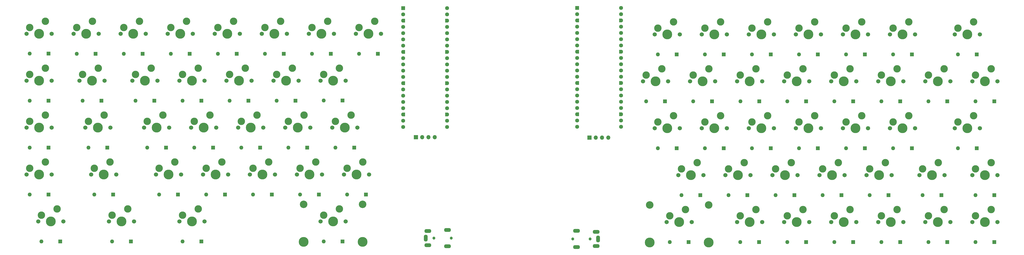
<source format=gbr>
%TF.GenerationSoftware,KiCad,Pcbnew,8.0.8*%
%TF.CreationDate,2025-03-06T07:07:31-06:00*%
%TF.ProjectId,keyboardv2,6b657962-6f61-4726-9476-322e6b696361,rev?*%
%TF.SameCoordinates,Original*%
%TF.FileFunction,Soldermask,Top*%
%TF.FilePolarity,Negative*%
%FSLAX46Y46*%
G04 Gerber Fmt 4.6, Leading zero omitted, Abs format (unit mm)*
G04 Created by KiCad (PCBNEW 8.0.8) date 2025-03-06 07:07:31*
%MOMM*%
%LPD*%
G01*
G04 APERTURE LIST*
G04 Aperture macros list*
%AMRoundRect*
0 Rectangle with rounded corners*
0 $1 Rounding radius*
0 $2 $3 $4 $5 $6 $7 $8 $9 X,Y pos of 4 corners*
0 Add a 4 corners polygon primitive as box body*
4,1,4,$2,$3,$4,$5,$6,$7,$8,$9,$2,$3,0*
0 Add four circle primitives for the rounded corners*
1,1,$1+$1,$2,$3*
1,1,$1+$1,$4,$5*
1,1,$1+$1,$6,$7*
1,1,$1+$1,$8,$9*
0 Add four rect primitives between the rounded corners*
20,1,$1+$1,$2,$3,$4,$5,0*
20,1,$1+$1,$4,$5,$6,$7,0*
20,1,$1+$1,$6,$7,$8,$9,0*
20,1,$1+$1,$8,$9,$2,$3,0*%
%AMFreePoly0*
4,1,28,0.605014,0.794986,0.644504,0.794986,0.724698,0.756366,0.780194,0.686777,0.800000,0.600000,0.800000,-0.600000,0.780194,-0.686777,0.724698,-0.756366,0.644504,-0.794986,0.605014,-0.794986,0.600000,-0.800000,0.000000,-0.800000,-0.178017,-0.779942,-0.347107,-0.720775,-0.498792,-0.625465,-0.625465,-0.498792,-0.720775,-0.347107,-0.779942,-0.178017,-0.800000,0.000000,-0.779942,0.178017,
-0.720775,0.347107,-0.625465,0.498792,-0.498792,0.625465,-0.347107,0.720775,-0.178017,0.779942,0.000000,0.800000,0.600000,0.800000,0.605014,0.794986,0.605014,0.794986,$1*%
%AMFreePoly1*
4,1,28,0.178017,0.779942,0.347107,0.720775,0.498792,0.625465,0.625465,0.498792,0.720775,0.347107,0.779942,0.178017,0.800000,0.000000,0.779942,-0.178017,0.720775,-0.347107,0.625465,-0.498792,0.498792,-0.625465,0.347107,-0.720775,0.178017,-0.779942,0.000000,-0.800000,-0.600000,-0.800000,-0.605014,-0.794986,-0.644504,-0.794986,-0.724698,-0.756366,-0.780194,-0.686777,-0.800000,-0.600000,
-0.800000,0.600000,-0.780194,0.686777,-0.724698,0.756366,-0.644504,0.794986,-0.605014,0.794986,-0.600000,0.800000,0.000000,0.800000,0.178017,0.779942,0.178017,0.779942,$1*%
G04 Aperture macros list end*
%ADD10C,1.701800*%
%ADD11C,3.000000*%
%ADD12C,3.987800*%
%ADD13C,3.048000*%
%ADD14RoundRect,0.200000X-0.600000X-0.600000X0.600000X-0.600000X0.600000X0.600000X-0.600000X0.600000X0*%
%ADD15C,1.600000*%
%ADD16FreePoly0,0.000000*%
%ADD17FreePoly1,0.000000*%
%ADD18R,1.700000X1.700000*%
%ADD19O,1.700000X1.700000*%
%ADD20C,1.200000*%
%ADD21O,1.512000X2.820000*%
%ADD22O,2.820000X1.512000*%
%ADD23R,1.600000X1.600000*%
%ADD24O,1.600000X1.600000*%
G04 APERTURE END LIST*
D10*
%TO.C,SW69*%
X52520000Y-137550000D03*
D11*
X53790000Y-135010000D03*
D12*
X57600000Y-137550000D03*
D11*
X60140000Y-132470000D03*
D10*
X62680000Y-137550000D03*
%TD*%
%TO.C,SW68*%
X52520000Y-118500000D03*
D11*
X53790000Y-115960000D03*
D12*
X57600000Y-118500000D03*
D11*
X60140000Y-113420000D03*
D10*
X62680000Y-118500000D03*
%TD*%
%TO.C,SW67*%
X52520000Y-99450000D03*
D11*
X53790000Y-96910000D03*
D12*
X57600000Y-99450000D03*
D11*
X60140000Y-94370000D03*
D10*
X62680000Y-99450000D03*
%TD*%
%TO.C,SW66*%
X52520000Y-80400000D03*
D11*
X53790000Y-77860000D03*
D12*
X57600000Y-80400000D03*
D11*
X60140000Y-75320000D03*
D10*
X62680000Y-80400000D03*
%TD*%
%TO.C,SW65*%
X435520000Y-156850000D03*
D11*
X436790000Y-154310000D03*
D12*
X440600000Y-156850000D03*
D11*
X443140000Y-151770000D03*
D10*
X445680000Y-156850000D03*
%TD*%
%TO.C,SW64*%
X416470000Y-156850000D03*
D11*
X417740000Y-154310000D03*
D12*
X421550000Y-156850000D03*
D11*
X424090000Y-151770000D03*
D10*
X426630000Y-156850000D03*
%TD*%
%TO.C,SW63*%
X397420000Y-156850000D03*
D11*
X398690000Y-154310000D03*
D12*
X402500000Y-156850000D03*
D11*
X405040000Y-151770000D03*
D10*
X407580000Y-156850000D03*
%TD*%
%TO.C,SW62*%
X378370000Y-156850000D03*
D11*
X379640000Y-154310000D03*
D12*
X383450000Y-156850000D03*
D11*
X385990000Y-151770000D03*
D10*
X388530000Y-156850000D03*
%TD*%
%TO.C,SW61*%
X359320000Y-156850000D03*
D11*
X360590000Y-154310000D03*
D12*
X364400000Y-156850000D03*
D11*
X366940000Y-151770000D03*
D10*
X369480000Y-156850000D03*
%TD*%
%TO.C,SW60*%
X340270000Y-156850000D03*
D11*
X341540000Y-154310000D03*
D12*
X345350000Y-156850000D03*
D11*
X347890000Y-151770000D03*
D10*
X350430000Y-156850000D03*
%TD*%
D13*
%TO.C,SW59*%
X304862000Y-149865000D03*
D12*
X304862000Y-165105000D03*
D10*
X311720000Y-156850000D03*
D11*
X312990000Y-154310000D03*
D12*
X316800000Y-156850000D03*
D11*
X319340000Y-151770000D03*
D10*
X321880000Y-156850000D03*
D13*
X328738000Y-149865000D03*
D12*
X328738000Y-165105000D03*
%TD*%
D13*
%TO.C,SW58*%
X164712000Y-149615000D03*
D12*
X164712000Y-164855000D03*
D10*
X171570000Y-156600000D03*
D11*
X172840000Y-154060000D03*
D12*
X176650000Y-156600000D03*
D11*
X179190000Y-151520000D03*
D10*
X181730000Y-156600000D03*
D13*
X188588000Y-149615000D03*
D12*
X188588000Y-164855000D03*
%TD*%
D10*
%TO.C,SW57*%
X114420000Y-156600000D03*
D11*
X115690000Y-154060000D03*
D12*
X119500000Y-156600000D03*
D11*
X122040000Y-151520000D03*
D10*
X124580000Y-156600000D03*
%TD*%
%TO.C,SW56*%
X85870000Y-156600000D03*
D11*
X87140000Y-154060000D03*
D12*
X90950000Y-156600000D03*
D11*
X93490000Y-151520000D03*
D10*
X96030000Y-156600000D03*
%TD*%
%TO.C,SW55*%
X57270000Y-156600000D03*
D11*
X58540000Y-154060000D03*
D12*
X62350000Y-156600000D03*
D11*
X64890000Y-151520000D03*
D10*
X67430000Y-156600000D03*
%TD*%
%TO.C,SW54*%
X435520000Y-137800000D03*
D11*
X436790000Y-135260000D03*
D12*
X440600000Y-137800000D03*
D11*
X443140000Y-132720000D03*
D10*
X445680000Y-137800000D03*
%TD*%
%TO.C,SW53*%
X414070000Y-137800000D03*
D11*
X415340000Y-135260000D03*
D12*
X419150000Y-137800000D03*
D11*
X421690000Y-132720000D03*
D10*
X424230000Y-137800000D03*
%TD*%
%TO.C,SW52*%
X392670000Y-137800000D03*
D11*
X393940000Y-135260000D03*
D12*
X397750000Y-137800000D03*
D11*
X400290000Y-132720000D03*
D10*
X402830000Y-137800000D03*
%TD*%
%TO.C,SW51*%
X373620000Y-137800000D03*
D11*
X374890000Y-135260000D03*
D12*
X378700000Y-137800000D03*
D11*
X381240000Y-132720000D03*
D10*
X383780000Y-137800000D03*
%TD*%
%TO.C,SW50*%
X354570000Y-137800000D03*
D11*
X355840000Y-135260000D03*
D12*
X359650000Y-137800000D03*
D11*
X362190000Y-132720000D03*
D10*
X364730000Y-137800000D03*
%TD*%
%TO.C,SW49*%
X335520000Y-137800000D03*
D11*
X336790000Y-135260000D03*
D12*
X340600000Y-137800000D03*
D11*
X343140000Y-132720000D03*
D10*
X345680000Y-137800000D03*
%TD*%
%TO.C,SW48*%
X316470000Y-137800000D03*
D11*
X317740000Y-135260000D03*
D12*
X321550000Y-137800000D03*
D11*
X324090000Y-132720000D03*
D10*
X326630000Y-137800000D03*
%TD*%
%TO.C,SW47*%
X181070000Y-137550000D03*
D11*
X182340000Y-135010000D03*
D12*
X186150000Y-137550000D03*
D11*
X188690000Y-132470000D03*
D10*
X191230000Y-137550000D03*
%TD*%
%TO.C,SW46*%
X162020000Y-137550000D03*
D11*
X163290000Y-135010000D03*
D12*
X167100000Y-137550000D03*
D11*
X169640000Y-132470000D03*
D10*
X172180000Y-137550000D03*
%TD*%
%TO.C,SW45*%
X142990000Y-137550000D03*
D11*
X144260000Y-135010000D03*
D12*
X148070000Y-137550000D03*
D11*
X150610000Y-132470000D03*
D10*
X153150000Y-137550000D03*
%TD*%
%TO.C,SW44*%
X123970000Y-137550000D03*
D11*
X125240000Y-135010000D03*
D12*
X129050000Y-137550000D03*
D11*
X131590000Y-132470000D03*
D10*
X134130000Y-137550000D03*
%TD*%
%TO.C,SW43*%
X104920000Y-137550000D03*
D11*
X106190000Y-135010000D03*
D12*
X110000000Y-137550000D03*
D11*
X112540000Y-132470000D03*
D10*
X115080000Y-137550000D03*
%TD*%
%TO.C,SW42*%
X78720000Y-137550000D03*
D11*
X79990000Y-135010000D03*
D12*
X83800000Y-137550000D03*
D11*
X86340000Y-132470000D03*
D10*
X88880000Y-137550000D03*
%TD*%
%TO.C,SW41*%
X428370000Y-118750000D03*
D11*
X429640000Y-116210000D03*
D12*
X433450000Y-118750000D03*
D11*
X435990000Y-113670000D03*
D10*
X438530000Y-118750000D03*
%TD*%
%TO.C,SW40*%
X402170000Y-118750000D03*
D11*
X403440000Y-116210000D03*
D12*
X407250000Y-118750000D03*
D11*
X409790000Y-113670000D03*
D10*
X412330000Y-118750000D03*
%TD*%
%TO.C,SW39*%
X383120000Y-118750000D03*
D11*
X384390000Y-116210000D03*
D12*
X388200000Y-118750000D03*
D11*
X390740000Y-113670000D03*
D10*
X393280000Y-118750000D03*
%TD*%
%TO.C,SW38*%
X364070000Y-118750000D03*
D11*
X365340000Y-116210000D03*
D12*
X369150000Y-118750000D03*
D11*
X371690000Y-113670000D03*
D10*
X374230000Y-118750000D03*
%TD*%
%TO.C,SW37*%
X345020000Y-118750000D03*
D11*
X346290000Y-116210000D03*
D12*
X350100000Y-118750000D03*
D11*
X352640000Y-113670000D03*
D10*
X355180000Y-118750000D03*
%TD*%
%TO.C,SW36*%
X325970000Y-118750000D03*
D11*
X327240000Y-116210000D03*
D12*
X331050000Y-118750000D03*
D11*
X333590000Y-113670000D03*
D10*
X336130000Y-118750000D03*
%TD*%
%TO.C,SW35*%
X306920000Y-118750000D03*
D11*
X308190000Y-116210000D03*
D12*
X312000000Y-118750000D03*
D11*
X314540000Y-113670000D03*
D10*
X317080000Y-118750000D03*
%TD*%
%TO.C,SW34*%
X176320000Y-118500000D03*
D11*
X177590000Y-115960000D03*
D12*
X181400000Y-118500000D03*
D11*
X183940000Y-113420000D03*
D10*
X186480000Y-118500000D03*
%TD*%
%TO.C,SW33*%
X157270000Y-118500000D03*
D11*
X158540000Y-115960000D03*
D12*
X162350000Y-118500000D03*
D11*
X164890000Y-113420000D03*
D10*
X167430000Y-118500000D03*
%TD*%
%TO.C,SW32*%
X138220000Y-118500000D03*
D11*
X139490000Y-115960000D03*
D12*
X143300000Y-118500000D03*
D11*
X145840000Y-113420000D03*
D10*
X148380000Y-118500000D03*
%TD*%
%TO.C,SW31*%
X119170000Y-118500000D03*
D11*
X120440000Y-115960000D03*
D12*
X124250000Y-118500000D03*
D11*
X126790000Y-113420000D03*
D10*
X129330000Y-118500000D03*
%TD*%
%TO.C,SW30*%
X100120000Y-118500000D03*
D11*
X101390000Y-115960000D03*
D12*
X105200000Y-118500000D03*
D11*
X107740000Y-113420000D03*
D10*
X110280000Y-118500000D03*
%TD*%
%TO.C,SW29*%
X76320000Y-118500000D03*
D11*
X77590000Y-115960000D03*
D12*
X81400000Y-118500000D03*
D11*
X83940000Y-113420000D03*
D10*
X86480000Y-118500000D03*
%TD*%
%TO.C,SW28*%
X435520000Y-99700000D03*
D11*
X436790000Y-97160000D03*
D12*
X440600000Y-99700000D03*
D11*
X443140000Y-94620000D03*
D10*
X445680000Y-99700000D03*
%TD*%
%TO.C,SW27*%
X416470000Y-99700000D03*
D11*
X417740000Y-97160000D03*
D12*
X421550000Y-99700000D03*
D11*
X424090000Y-94620000D03*
D10*
X426630000Y-99700000D03*
%TD*%
%TO.C,SW26*%
X397420000Y-99700000D03*
D11*
X398690000Y-97160000D03*
D12*
X402500000Y-99700000D03*
D11*
X405040000Y-94620000D03*
D10*
X407580000Y-99700000D03*
%TD*%
%TO.C,SW25*%
X378370000Y-99700000D03*
D11*
X379640000Y-97160000D03*
D12*
X383450000Y-99700000D03*
D11*
X385990000Y-94620000D03*
D10*
X388530000Y-99700000D03*
%TD*%
%TO.C,SW24*%
X359320000Y-99700000D03*
D11*
X360590000Y-97160000D03*
D12*
X364400000Y-99700000D03*
D11*
X366940000Y-94620000D03*
D10*
X369480000Y-99700000D03*
%TD*%
%TO.C,SW23*%
X340270000Y-99700000D03*
D11*
X341540000Y-97160000D03*
D12*
X345350000Y-99700000D03*
D11*
X347890000Y-94620000D03*
D10*
X350430000Y-99700000D03*
%TD*%
%TO.C,SW22*%
X321220000Y-99700000D03*
D11*
X322490000Y-97160000D03*
D12*
X326300000Y-99700000D03*
D11*
X328840000Y-94620000D03*
D10*
X331380000Y-99700000D03*
%TD*%
%TO.C,SW21*%
X302170000Y-99700000D03*
D11*
X303440000Y-97160000D03*
D12*
X307250000Y-99700000D03*
D11*
X309790000Y-94620000D03*
D10*
X312330000Y-99700000D03*
%TD*%
%TO.C,SW20*%
X171570000Y-99450000D03*
D11*
X172840000Y-96910000D03*
D12*
X176650000Y-99450000D03*
D11*
X179190000Y-94370000D03*
D10*
X181730000Y-99450000D03*
%TD*%
%TO.C,SW19*%
X152520000Y-99450000D03*
D11*
X153790000Y-96910000D03*
D12*
X157600000Y-99450000D03*
D11*
X160140000Y-94370000D03*
D10*
X162680000Y-99450000D03*
%TD*%
%TO.C,SW18*%
X133470000Y-99450000D03*
D11*
X134740000Y-96910000D03*
D12*
X138550000Y-99450000D03*
D11*
X141090000Y-94370000D03*
D10*
X143630000Y-99450000D03*
%TD*%
%TO.C,SW17*%
X114420000Y-99450000D03*
D11*
X115690000Y-96910000D03*
D12*
X119500000Y-99450000D03*
D11*
X122040000Y-94370000D03*
D10*
X124580000Y-99450000D03*
%TD*%
%TO.C,SW16*%
X95370000Y-99450000D03*
D11*
X96640000Y-96910000D03*
D12*
X100450000Y-99450000D03*
D11*
X102990000Y-94370000D03*
D10*
X105530000Y-99450000D03*
%TD*%
%TO.C,SW15*%
X73970000Y-99450000D03*
D11*
X75240000Y-96910000D03*
D12*
X79050000Y-99450000D03*
D11*
X81590000Y-94370000D03*
D10*
X84130000Y-99450000D03*
%TD*%
%TO.C,SW14*%
X428370000Y-80650000D03*
D11*
X429640000Y-78110000D03*
D12*
X433450000Y-80650000D03*
D11*
X435990000Y-75570000D03*
D10*
X438530000Y-80650000D03*
%TD*%
%TO.C,SW13*%
X402170000Y-80650000D03*
D11*
X403440000Y-78110000D03*
D12*
X407250000Y-80650000D03*
D11*
X409790000Y-75570000D03*
D10*
X412330000Y-80650000D03*
%TD*%
%TO.C,SW12*%
X383120000Y-80650000D03*
D11*
X384390000Y-78110000D03*
D12*
X388200000Y-80650000D03*
D11*
X390740000Y-75570000D03*
D10*
X393280000Y-80650000D03*
%TD*%
%TO.C,SW11*%
X364070000Y-80650000D03*
D11*
X365340000Y-78110000D03*
D12*
X369150000Y-80650000D03*
D11*
X371690000Y-75570000D03*
D10*
X374230000Y-80650000D03*
%TD*%
%TO.C,SW10*%
X345020000Y-80650000D03*
D11*
X346290000Y-78110000D03*
D12*
X350100000Y-80650000D03*
D11*
X352640000Y-75570000D03*
D10*
X355180000Y-80650000D03*
%TD*%
%TO.C,SW9*%
X325970000Y-80650000D03*
D11*
X327240000Y-78110000D03*
D12*
X331050000Y-80650000D03*
D11*
X333590000Y-75570000D03*
D10*
X336130000Y-80650000D03*
%TD*%
%TO.C,SW8*%
X306920000Y-80650000D03*
D11*
X308190000Y-78110000D03*
D12*
X312000000Y-80650000D03*
D11*
X314540000Y-75570000D03*
D10*
X317080000Y-80650000D03*
%TD*%
%TO.C,SW7*%
X185920000Y-80400000D03*
D11*
X187190000Y-77860000D03*
D12*
X191000000Y-80400000D03*
D11*
X193540000Y-75320000D03*
D10*
X196080000Y-80400000D03*
%TD*%
%TO.C,SW6*%
X166870000Y-80400000D03*
D11*
X168140000Y-77860000D03*
D12*
X171950000Y-80400000D03*
D11*
X174490000Y-75320000D03*
D10*
X177030000Y-80400000D03*
%TD*%
%TO.C,SW5*%
X147820000Y-80400000D03*
D11*
X149090000Y-77860000D03*
D12*
X152900000Y-80400000D03*
D11*
X155440000Y-75320000D03*
D10*
X157980000Y-80400000D03*
%TD*%
%TO.C,SW4*%
X128770000Y-80400000D03*
D11*
X130040000Y-77860000D03*
D12*
X133850000Y-80400000D03*
D11*
X136390000Y-75320000D03*
D10*
X138930000Y-80400000D03*
%TD*%
%TO.C,SW3*%
X109720000Y-80400000D03*
D11*
X110990000Y-77860000D03*
D12*
X114800000Y-80400000D03*
D11*
X117340000Y-75320000D03*
D10*
X119880000Y-80400000D03*
%TD*%
%TO.C,SW2*%
X90620000Y-80400000D03*
D11*
X91890000Y-77860000D03*
D12*
X95700000Y-80400000D03*
D11*
X98240000Y-75320000D03*
D10*
X100780000Y-80400000D03*
%TD*%
%TO.C,SW1*%
X71570000Y-80400000D03*
D11*
X72840000Y-77860000D03*
D12*
X76650000Y-80400000D03*
D11*
X79190000Y-75320000D03*
D10*
X81730000Y-80400000D03*
%TD*%
D14*
%TO.C,A1*%
X205070000Y-69980000D03*
D15*
X205070000Y-72520000D03*
D16*
X205070000Y-75060000D03*
D15*
X205070000Y-77600000D03*
X205070000Y-80140000D03*
X205070000Y-82680000D03*
X205070000Y-85220000D03*
D16*
X205070000Y-87760000D03*
D15*
X205070000Y-90300000D03*
X205070000Y-92840000D03*
X205070000Y-95380000D03*
X205070000Y-97920000D03*
D16*
X205070000Y-100460000D03*
D15*
X205070000Y-103000000D03*
X205070000Y-105540000D03*
X205070000Y-108080000D03*
X205070000Y-110620000D03*
D16*
X205070000Y-113160000D03*
D15*
X205070000Y-115700000D03*
X205070000Y-118240000D03*
X222850000Y-118240000D03*
X222850000Y-115700000D03*
D17*
X222850000Y-113160000D03*
D15*
X222850000Y-110620000D03*
X222850000Y-108080000D03*
X222850000Y-105540000D03*
X222850000Y-103000000D03*
D17*
X222850000Y-100460000D03*
D15*
X222850000Y-97920000D03*
X222850000Y-95380000D03*
X222850000Y-92840000D03*
X222850000Y-90300000D03*
D17*
X222850000Y-87760000D03*
D15*
X222850000Y-85220000D03*
X222850000Y-82680000D03*
X222850000Y-80140000D03*
X222850000Y-77600000D03*
D17*
X222850000Y-75060000D03*
D15*
X222850000Y-72520000D03*
X222850000Y-69980000D03*
%TD*%
D14*
%TO.C,A3*%
X275445000Y-69937500D03*
D15*
X275445000Y-72477500D03*
D16*
X275445000Y-75017500D03*
D15*
X275445000Y-77557500D03*
X275445000Y-80097500D03*
X275445000Y-82637500D03*
X275445000Y-85177500D03*
D16*
X275445000Y-87717500D03*
D15*
X275445000Y-90257500D03*
X275445000Y-92797500D03*
X275445000Y-95337500D03*
X275445000Y-97877500D03*
D16*
X275445000Y-100417500D03*
D15*
X275445000Y-102957500D03*
X275445000Y-105497500D03*
X275445000Y-108037500D03*
X275445000Y-110577500D03*
D16*
X275445000Y-113117500D03*
D15*
X275445000Y-115657500D03*
X275445000Y-118197500D03*
X293225000Y-118197500D03*
X293225000Y-115657500D03*
D17*
X293225000Y-113117500D03*
D15*
X293225000Y-110577500D03*
X293225000Y-108037500D03*
X293225000Y-105497500D03*
X293225000Y-102957500D03*
D17*
X293225000Y-100417500D03*
D15*
X293225000Y-97877500D03*
X293225000Y-95337500D03*
X293225000Y-92797500D03*
X293225000Y-90257500D03*
D17*
X293225000Y-87717500D03*
D15*
X293225000Y-85177500D03*
X293225000Y-82637500D03*
X293225000Y-80097500D03*
X293225000Y-77557500D03*
D17*
X293225000Y-75017500D03*
D15*
X293225000Y-72477500D03*
X293225000Y-69937500D03*
%TD*%
D18*
%TO.C,U2*%
X280440000Y-122590000D03*
D19*
X282980000Y-122590000D03*
X285520000Y-122590000D03*
X288060000Y-122590000D03*
%TD*%
D18*
%TO.C,U1*%
X210225000Y-122412500D03*
D19*
X212765000Y-122412500D03*
X215305000Y-122412500D03*
X217845000Y-122412500D03*
%TD*%
D20*
%TO.C,J2*%
X280685000Y-163705000D03*
X273685000Y-163705000D03*
D21*
X283985000Y-163705000D03*
D22*
X283185000Y-160855000D03*
X283185000Y-166555000D03*
X275185000Y-160405000D03*
X275185000Y-167005000D03*
%TD*%
D20*
%TO.C,J1*%
X217520000Y-163377500D03*
X224520000Y-163377500D03*
D21*
X214220000Y-163377500D03*
D22*
X215020000Y-166227500D03*
X215020000Y-160527500D03*
X223020000Y-166677500D03*
X223020000Y-160077500D03*
%TD*%
D23*
%TO.C,D44*%
X132880000Y-145677500D03*
D24*
X125260000Y-145677500D03*
%TD*%
D23*
%TO.C,D54*%
X444395000Y-145955000D03*
D24*
X436775000Y-145955000D03*
%TD*%
D23*
%TO.C,D62*%
X387245000Y-165005000D03*
D24*
X379625000Y-165005000D03*
%TD*%
D23*
%TO.C,D55*%
X66180000Y-164727500D03*
D24*
X58560000Y-164727500D03*
%TD*%
D23*
%TO.C,D63*%
X406295000Y-165005000D03*
D24*
X398675000Y-165005000D03*
%TD*%
D23*
%TO.C,D69*%
X61430000Y-145677500D03*
D24*
X53810000Y-145677500D03*
%TD*%
D23*
%TO.C,D28*%
X444395000Y-107855000D03*
D24*
X436775000Y-107855000D03*
%TD*%
D23*
%TO.C,D52*%
X401545000Y-145955000D03*
D24*
X393925000Y-145955000D03*
%TD*%
D23*
%TO.C,D53*%
X422945000Y-145955000D03*
D24*
X415325000Y-145955000D03*
%TD*%
D23*
%TO.C,D45*%
X151890000Y-145677500D03*
D24*
X144270000Y-145677500D03*
%TD*%
D23*
%TO.C,D17*%
X123330000Y-107577500D03*
D24*
X115710000Y-107577500D03*
%TD*%
D23*
%TO.C,D9*%
X334845000Y-88805000D03*
D24*
X327225000Y-88805000D03*
%TD*%
D23*
%TO.C,D35*%
X315795000Y-126905000D03*
D24*
X308175000Y-126905000D03*
%TD*%
D23*
%TO.C,D12*%
X391995000Y-88805000D03*
D24*
X384375000Y-88805000D03*
%TD*%
D23*
%TO.C,D4*%
X137680000Y-88527500D03*
D24*
X130060000Y-88527500D03*
%TD*%
D23*
%TO.C,D31*%
X128080000Y-126627500D03*
D24*
X120460000Y-126627500D03*
%TD*%
D23*
%TO.C,D43*%
X113830000Y-145677500D03*
D24*
X106210000Y-145677500D03*
%TD*%
D23*
%TO.C,D18*%
X142390000Y-107577500D03*
D24*
X134770000Y-107577500D03*
%TD*%
D23*
%TO.C,D50*%
X363445000Y-145955000D03*
D24*
X355825000Y-145955000D03*
%TD*%
D23*
%TO.C,D26*%
X406305000Y-107855000D03*
D24*
X398685000Y-107855000D03*
%TD*%
D23*
%TO.C,D47*%
X189980000Y-145677500D03*
D24*
X182360000Y-145677500D03*
%TD*%
D23*
%TO.C,D33*%
X166180000Y-126627500D03*
D24*
X158560000Y-126627500D03*
%TD*%
D23*
%TO.C,D23*%
X349195000Y-107855000D03*
D24*
X341575000Y-107855000D03*
%TD*%
D23*
%TO.C,D39*%
X391995000Y-126905000D03*
D24*
X384375000Y-126905000D03*
%TD*%
D23*
%TO.C,D24*%
X368195000Y-107855000D03*
D24*
X360575000Y-107855000D03*
%TD*%
D23*
%TO.C,D7*%
X194830000Y-88527500D03*
D24*
X187210000Y-88527500D03*
%TD*%
D23*
%TO.C,D27*%
X425345000Y-107855000D03*
D24*
X417725000Y-107855000D03*
%TD*%
D23*
%TO.C,D48*%
X325345000Y-145955000D03*
D24*
X317725000Y-145955000D03*
%TD*%
D23*
%TO.C,D49*%
X344395000Y-145955000D03*
D24*
X336775000Y-145955000D03*
%TD*%
D23*
%TO.C,D58*%
X180480000Y-164727500D03*
D24*
X172860000Y-164727500D03*
%TD*%
D23*
%TO.C,D13*%
X411055000Y-88805000D03*
D24*
X403435000Y-88805000D03*
%TD*%
D23*
%TO.C,D32*%
X147130000Y-126627500D03*
D24*
X139510000Y-126627500D03*
%TD*%
D23*
%TO.C,D19*%
X161430000Y-107577500D03*
D24*
X153810000Y-107577500D03*
%TD*%
D23*
%TO.C,D57*%
X123330000Y-164727500D03*
D24*
X115710000Y-164727500D03*
%TD*%
D23*
%TO.C,D64*%
X425345000Y-165005000D03*
D24*
X417725000Y-165005000D03*
%TD*%
D23*
%TO.C,D30*%
X109030000Y-126627500D03*
D24*
X101410000Y-126627500D03*
%TD*%
D23*
%TO.C,D38*%
X372945000Y-126905000D03*
D24*
X365325000Y-126905000D03*
%TD*%
D23*
%TO.C,D8*%
X315785000Y-88805000D03*
D24*
X308165000Y-88805000D03*
%TD*%
D23*
%TO.C,D37*%
X353895000Y-126905000D03*
D24*
X346275000Y-126905000D03*
%TD*%
D23*
%TO.C,D68*%
X61430000Y-126627500D03*
D24*
X53810000Y-126627500D03*
%TD*%
D23*
%TO.C,D66*%
X61430000Y-88477500D03*
D24*
X53810000Y-88477500D03*
%TD*%
D23*
%TO.C,D20*%
X180480000Y-107527500D03*
D24*
X172860000Y-107527500D03*
%TD*%
D23*
%TO.C,D29*%
X85230000Y-126627500D03*
D24*
X77610000Y-126627500D03*
%TD*%
D23*
%TO.C,D60*%
X349145000Y-165005000D03*
D24*
X341525000Y-165005000D03*
%TD*%
D23*
%TO.C,D36*%
X334845000Y-126905000D03*
D24*
X327225000Y-126905000D03*
%TD*%
D23*
%TO.C,D15*%
X82880000Y-107577500D03*
D24*
X75260000Y-107577500D03*
%TD*%
D23*
%TO.C,D21*%
X311045000Y-107855000D03*
D24*
X303425000Y-107855000D03*
%TD*%
D23*
%TO.C,D2*%
X99580000Y-88527500D03*
D24*
X91960000Y-88527500D03*
%TD*%
D23*
%TO.C,D1*%
X80480000Y-88527500D03*
D24*
X72860000Y-88527500D03*
%TD*%
D23*
%TO.C,D10*%
X353895000Y-88805000D03*
D24*
X346275000Y-88805000D03*
%TD*%
D23*
%TO.C,D11*%
X372945000Y-88805000D03*
D24*
X365325000Y-88805000D03*
%TD*%
D23*
%TO.C,D61*%
X368195000Y-165005000D03*
D24*
X360575000Y-165005000D03*
%TD*%
D23*
%TO.C,D40*%
X411045000Y-126905000D03*
D24*
X403425000Y-126905000D03*
%TD*%
D23*
%TO.C,D56*%
X94780000Y-164727500D03*
D24*
X87160000Y-164727500D03*
%TD*%
D23*
%TO.C,D6*%
X175780000Y-88527500D03*
D24*
X168160000Y-88527500D03*
%TD*%
D23*
%TO.C,D25*%
X387245000Y-107855000D03*
D24*
X379625000Y-107855000D03*
%TD*%
D23*
%TO.C,D59*%
X320595000Y-165005000D03*
D24*
X312975000Y-165005000D03*
%TD*%
D23*
%TO.C,D34*%
X185230000Y-126627500D03*
D24*
X177610000Y-126627500D03*
%TD*%
D23*
%TO.C,D46*%
X170930000Y-145677500D03*
D24*
X163310000Y-145677500D03*
%TD*%
D23*
%TO.C,D16*%
X104280000Y-107577500D03*
D24*
X96660000Y-107577500D03*
%TD*%
D23*
%TO.C,D22*%
X330095000Y-107855000D03*
D24*
X322475000Y-107855000D03*
%TD*%
D23*
%TO.C,D67*%
X61430000Y-107577500D03*
D24*
X53810000Y-107577500D03*
%TD*%
D23*
%TO.C,D65*%
X444395000Y-165005000D03*
D24*
X436775000Y-165005000D03*
%TD*%
D23*
%TO.C,D42*%
X87630000Y-145677500D03*
D24*
X80010000Y-145677500D03*
%TD*%
D23*
%TO.C,D3*%
X118630000Y-88527500D03*
D24*
X111010000Y-88527500D03*
%TD*%
D23*
%TO.C,D51*%
X382495000Y-145955000D03*
D24*
X374875000Y-145955000D03*
%TD*%
D23*
%TO.C,D41*%
X437245000Y-126905000D03*
D24*
X429625000Y-126905000D03*
%TD*%
D23*
%TO.C,D5*%
X156730000Y-88527500D03*
D24*
X149110000Y-88527500D03*
%TD*%
D23*
%TO.C,D14*%
X437245000Y-88805000D03*
D24*
X429625000Y-88805000D03*
%TD*%
M02*

</source>
